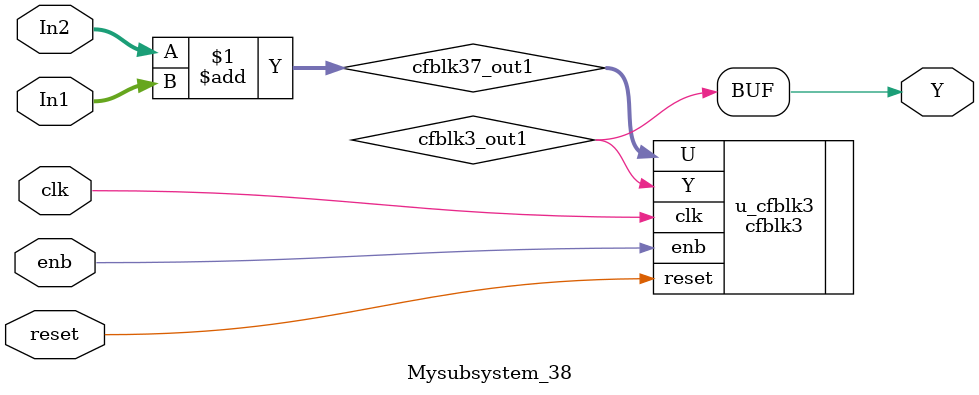
<source format=v>



`timescale 1 ns / 1 ns

module Mysubsystem_38
          (clk,
           reset,
           enb,
           In1,
           In2,
           Y);


  input   clk;
  input   reset;
  input   enb;
  input   [7:0] In1;  // uint8
  input   [7:0] In2;  // uint8
  output  Y;


  wire [7:0] cfblk37_out1;  // uint8
  wire cfblk3_out1;


  assign cfblk37_out1 = In2 + In1;



  cfblk3 u_cfblk3 (.clk(clk),
                   .reset(reset),
                   .enb(enb),
                   .U(cfblk37_out1),  // uint8
                   .Y(cfblk3_out1)
                   );

  assign Y = cfblk3_out1;

endmodule  // Mysubsystem_38


</source>
